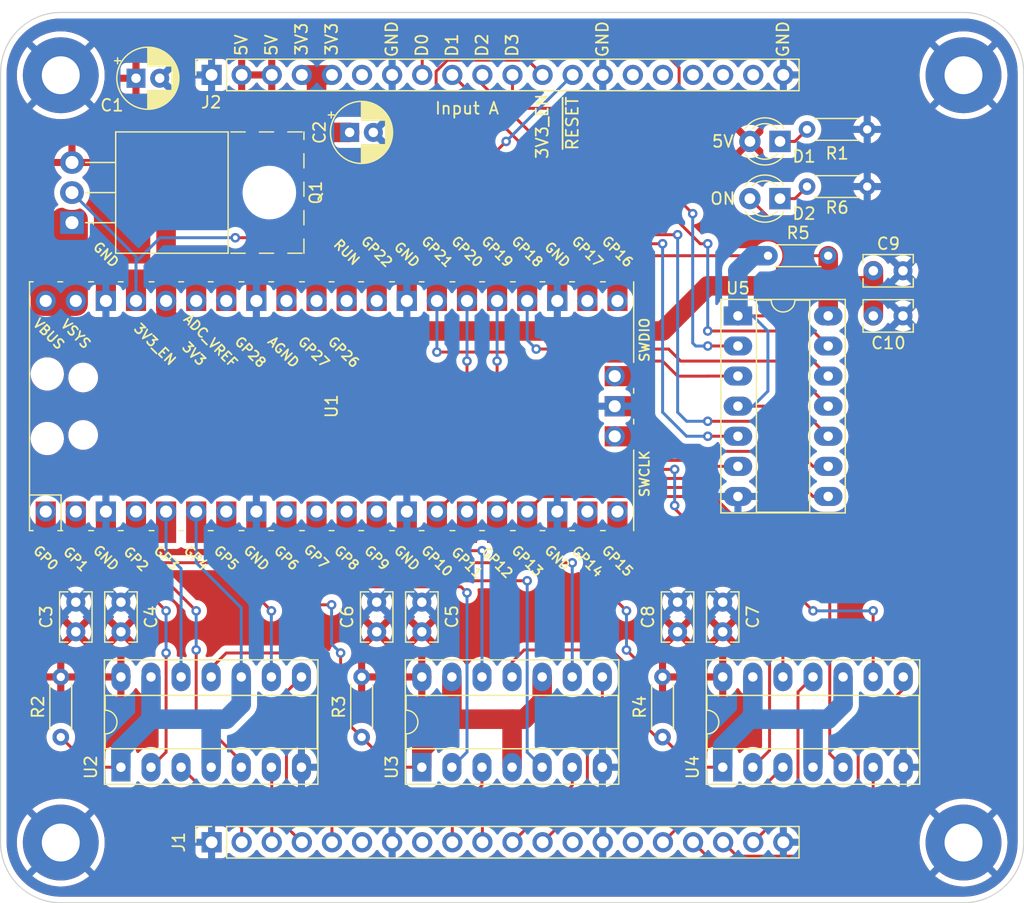
<source format=kicad_pcb>
(kicad_pcb (version 20211014) (generator pcbnew)
  (layers (0 "F.Cu" signal) (31 "B.Cu" power) (34 "B.Paste" user) (35 "F.Paste" user) (36 "B.SilkS" user "B.Silkscreen") (37 "F.SilkS" user "F.Silkscreen") (38 "B.Mask" user) (39 "F.Mask" user) (44 "Edge.Cuts" user))
  (net 0 "")
  (net 1 "+5V")
  (net 2 "GND")
  (net 3 "+3.3V")
  (net 4 "Net-(D1-Pad1)")
  (net 5 "Net-(D2-Pad1)")
  (net 6 "/OA.D0")
  (net 7 "/OA.D1")
  (net 8 "/OA.D3")
  (net 11 "/OB.D0")
  (net 12 "/OB.D1")
  (net 13 "/OB.D2")
  (net 14 "/OB.D3")
  (net 17 "/OC.D0")
  (net 18 "/OC.D1")
  (net 19 "/OC.D3")
  (net 21 "/IA.D0")
  (net 22 "/IA.D1")
  (net 23 "/IA.D2")
  (net 24 "/IA.D3")
  (net 25 "3V3_EN")
  (net 26 "~{RESET}")
  (net 32 "/OBA.~{OE}")
  (net 33 "/OBB.~{OE}")
  (net 34 "/OBC.~{OE}")
  (net 35 "/IBA.~{OE}")
  (net 36 "/OBA.D0")
  (net 37 "/OBA.D1")
  (net 38 "/OBA.D2")
  (net 39 "/OBA.D3")
  (net 40 "/OBB.D0")
  (net 41 "/OBB.D1")
  (net 42 "/OBB.D2")
  (net 43 "/OBB.D3")
  (net 44 "/OBC.D0")
  (net 45 "/OBC.D1")
  (net 46 "/OBC.D2")
  (net 47 "/OBC.D3")
  (net 50 "/IBA.D3")
  (net 51 "/IBA.D2")
  (net 52 "/IBA.D1")
  (net 53 "/IBA.D0")
  (net 61 "/OA.D2")
  (net 62 "/OC.D2")
  (net 63 "/VBUS")
  (footprint "MountingHole:MountingHole_3.2mm_M3_Pad" (layer "F.Cu") (at 106.68 48.26)
    (fp_text reference "H1" hide)
    (fp_text value "M3")
  )
  (footprint "LED_THT:LED_D3.0mm" (layer "F.Cu") (at 167.386 58.674 180)
    (fp_text reference "D2")
    (fp_text value "ON")
  )
  (footprint "Capacitor_THT:C_Rect_L4.0mm_W2.5mm_P2.50mm" (layer "F.Cu") (at 175.27 64.765)
    (fp_text reference "C9")
    (fp_text value "1u")
  )
  (footprint "Connector_PinSocket_2.54mm:PinSocket_1x20_P2.54mm_Vertical" (layer "F.Cu") (at 119.41 113.005 90)
    (fp_text reference "J1")
    (fp_text value "HDR_Output")
  )
  (footprint "MountingHole:MountingHole_3.2mm_M3_Pad" (layer "F.Cu") (at 106.68 113.03)
    (fp_text reference "H3" hide)
    (fp_text value "M3")
  )
  (footprint "Capacitor_THT:C_Rect_L4.0mm_W2.5mm_P2.50mm" (layer "F.Cu") (at 133.3475 95.24 90)
    (fp_text reference "C6")
    (fp_text value "0u1")
  )
  (footprint "Capacitor_THT:C_Rect_L4.0mm_W2.5mm_P2.50mm" (layer "F.Cu") (at 162.555 95.24 90)
    (fp_text reference "C7")
    (fp_text value "1u")
  )
  (footprint "MountingHole:MountingHole_3.2mm_M3_Pad" (layer "F.Cu") (at 182.88 48.26)
    (fp_text reference "H2" hide)
    (fp_text value "M3")
  )
  (footprint "Resistor_THT:R_Axial_DIN0204_L3.6mm_D1.6mm_P5.08mm_Horizontal" (layer "F.Cu") (at 106.68 104.13 90)
    (fp_text reference "R2")
    (fp_text value "1k")
  )
  (footprint "LED_THT:LED_D3.0mm" (layer "F.Cu") (at 167.391 53.848 180)
    (fp_text reference "D1")
    (fp_text value "PWR")
  )
  (footprint "Capacitor_THT:C_Rect_L4.0mm_W2.5mm_P2.50mm" (layer "F.Cu") (at 175.27 68.575)
    (fp_text reference "C10")
    (fp_text value "0u1")
  )
  (footprint "Package_DIP:DIP-14_W7.62mm_Socket_LongPads" (layer "F.Cu") (at 163.84 68.575)
    (fp_text reference "U5")
    (fp_text value "74HC125")
  )
  (footprint "Capacitor_THT:CP_Radial_D5.0mm_P2.00mm" (layer "F.Cu") (at 113.03 48.514)
    (fp_text reference "C1")
    (fp_text value "10u")
  )
  (footprint "Package_DIP:DIP-14_W7.62mm_Socket_LongPads" (layer "F.Cu") (at 137.155 106.67 90)
    (fp_text reference "U3")
    (fp_text value "74HC125")
  )
  (footprint "Connector_PinSocket_2.54mm:PinSocket_1x20_P2.54mm_Vertical" (layer "F.Cu") (at 119.41 48.235 90)
    (fp_text reference "J2")
    (fp_text value "HDR_Input")
  )
  (footprint "Package_DIP:DIP-14_W7.62mm_Socket_LongPads" (layer "F.Cu") (at 111.755 106.67 90)
    (fp_text reference "U2")
    (fp_text value "74HC125")
  )
  (footprint "Capacitor_THT:C_Rect_L4.0mm_W2.5mm_P2.50mm" (layer "F.Cu") (at 158.745 95.24 90)
    (fp_text reference "C8")
    (fp_text value "0u1")
  )
  (footprint "Package_DIP:DIP-14_W7.62mm_Socket_LongPads" (layer "F.Cu") (at 162.555 106.67 90)
    (fp_text reference "U4")
    (fp_text value "74HC125")
  )
  (footprint "Capacitor_THT:C_Rect_L4.0mm_W2.5mm_P2.50mm" (layer "F.Cu") (at 137.1575 95.24 90)
    (fp_text reference "C5")
    (fp_text value "1u")
  )
  (footprint "Package_TO_SOT_THT:TO-220-3_Horizontal_TabUp" (layer "F.Cu") (at 107.625 60.706 90)
    (fp_text reference "Q1")
    (fp_text value "Q_NJFET_DGS")
  )
  (footprint "Resistor_THT:R_Axial_DIN0204_L3.6mm_D1.6mm_P5.08mm_Horizontal" (layer "F.Cu") (at 169.672 52.832)
    (fp_text reference "R1")
    (fp_text value "500")
  )
  (footprint "Capacitor_THT:C_Rect_L4.0mm_W2.5mm_P2.50mm" (layer "F.Cu") (at 111.76 95.24 90)
    (fp_text reference "C4")
    (fp_text value "0u1")
  )
  (footprint "Capacitor_THT:CP_Radial_D5.0mm_P2.00mm" (layer "F.Cu") (at 131.064 53.086)
    (fp_text reference "C2")
    (fp_text value "10u")
  )
  (footprint "MountingHole:MountingHole_3.2mm_M3_Pad" (layer "F.Cu") (at 182.88 113.03)
    (fp_text reference "H4" hide)
    (fp_text value "M3")
  )
  (footprint "Resistor_THT:R_Axial_DIN0204_L3.6mm_D1.6mm_P5.08mm_Horizontal" (layer "F.Cu") (at 132.0775 104.13 90)
    (fp_text reference "R3")
    (fp_text value "1k")
  )
  (footprint "Resistor_THT:R_Axial_DIN0204_L3.6mm_D1.6mm_P5.08mm_Horizontal" (layer "F.Cu") (at 169.672 57.658)
    (fp_text reference "R6")
    (fp_text value "330")
  )
  (footprint "Capacitor_THT:C_Rect_L4.0mm_W2.5mm_P2.50mm" (layer "F.Cu") (at 107.95 95.24 90)
    (fp_text reference "C3")
    (fp_text value "1u")
  )
  (footprint "MCU_RaspberryPi_and_Boards:RPi_Pico_SMD_TH" (layer "F.Cu") (at 129.54 76.2 90)
    (fp_text reference "U1")
    (fp_text value "Pico")
  )
  (footprint "Resistor_THT:R_Axial_DIN0204_L3.6mm_D1.6mm_P5.08mm_Horizontal" (layer "F.Cu") (at 157.475 104.13 90)
    (fp_text reference "R4")
    (fp_text value "1k")
  )
  (footprint "Resistor_THT:R_Axial_DIN0204_L3.6mm_D1.6mm_P5.08mm_Horizontal" (layer "F.Cu") (at 166.38 63.495)
    (fp_text reference "R5")
    (fp_text value "500")
  )
  (gr_line (start 101.6 113.03) (end 101.6 48.042102) (layer "Edge.Cuts") (width 0.1))
  (gr_line (start 187.96 48.042102) (end 187.96 113.03) (layer "Edge.Cuts") (width 0.1))
  (gr_line (start 182.88 118.11) (end 106.68 118.11) (layer "Edge.Cuts") (width 0.1))
  (gr_arc (start 106.68 118.11) (mid 103.087898 116.622102) (end 101.6 113.03) (layer "Edge.Cuts") (width 0.1))
  (gr_arc (start 182.88 42.962102) (mid 186.472102 44.45) (end 187.96 48.042102) (layer "Edge.Cuts") (width 0.1))
  (gr_line (start 106.68 42.962102) (end 182.88 42.962102) (layer "Edge.Cuts") (width 0.1))
  (gr_arc (start 187.96 113.03) (mid 186.472102 116.622102) (end 182.88 118.11) (layer "Edge.Cuts") (width 0.1))
  (gr_arc (start 101.6 48.042102) (mid 103.087898 44.45) (end 106.68 42.962102) (layer "Edge.Cuts") (width 0.1))
  (gr_text "GND" (at 134.62 45.212 90) (layer "F.SilkS") (effects (font (size 1 1))))
  (gr_text "GND" (at 152.4 45.212 90) (layer "F.SilkS") (effects (font (size 1 1))))
  (gr_text "D3" (at 144.78 45.72 90) (layer "F.SilkS") (effects (font (size 1 1))))
  (gr_text "D1" (at 139.7 45.72 90) (layer "F.SilkS") (effects (font (size 1 1))))
  (gr_text "5V" (at 121.92 45.72 90) (layer "F.SilkS") (effects (font (size 1 1))))
  (gr_text "3V3" (at 129.54 45.212 90) (layer "F.SilkS") (effects (font (size 1 1))))
  (gr_text "Input A" (at 140.97 51.054) (layer "F.SilkS") (effects (font (size 1 1))))
  (gr_text "D0" (at 137.16 45.72 90) (layer "F.SilkS") (effects (font (size 1 1))))
  (gr_text "~{RESET}" (at 149.86 52.324 90) (layer "F.SilkS") (effects (font (size 1 1))))
  (gr_text "3V3" (at 127 45.212 90) (layer "F.SilkS") (effects (font (size 1 1))))
  (gr_text "3V3_EN" (at 147.32 52.578 90) (layer "F.SilkS") (effects (font (size 1 1))))
  (gr_text "GND" (at 167.64 45.212 90) (layer "F.SilkS") (effects (font (size 1 1))))
  (gr_text "5V" (at 162.56 53.848) (layer "F.SilkS") (effects (font (size 1 1))))
  (gr_text "5V" (at 124.46 45.72 90) (layer "F.SilkS") (effects (font (size 1 1))))
  (gr_text "D2" (at 142.24 45.72 90) (layer "F.SilkS") (effects (font (size 1 1))))
  (segment (start 111.76 99.045) (end 111.755 99.05) (width 1.65) (layer "F.Cu") (net 1))
  (segment (start 137.1575 99.0475) (end 137.155 99.05) (width 1.65) (layer "F.Cu") (net 1))
  (segment (start 175.26 66.04) (end 175.27 66.03) (width 1.65) (layer "F.Cu") (net 3))
  (segment (start 171.46 63.495) (end 171.46 68.575) (width 1.65) (layer "F.Cu") (net 3))
  (segment (start 175.27 66.03) (end 175.27 64.765) (width 1.65) (layer "F.Cu") (net 3))
  (segment (start 169.667 63.495) (end 171.46 63.495) (width 0.25) (layer "F.Cu") (net 3))
  (segment (start 127.03 48.235) (end 128.245 48.235) (width 1.65) (layer "F.Cu") (net 3))
  (segment (start 115.57 67.31) (end 115.57 68.58) (width 1.65) (layer "F.Cu") (net 3))
  (segment (start 164.846 58.674) (end 169.667 63.495) (width 0.25) (layer "F.Cu") (net 3))
  (segment (start 115.57 67.31) (end 115.57 57.658) (width 1.65) (layer "F.Cu") (net 3))
  (segment (start 128.27 48.26) (end 128.27 52.832) (width 1.65) (layer "F.Cu") (net 3))
  (segment (start 128.27 52.832) (end 128.524 53.086) (width 1.65) (layer "F.Cu") (net 3))
  (segment (start 175.27 64.765) (end 175.27 68.575) (width 1.65) (layer "F.Cu") (net 3))
  (segment (start 128.245 48.235) (end 129.57 48.235) (width 1.65) (layer "F.Cu") (net 3))
  (segment (start 128.524 53.086) (end 131.064 53.086) (width 1.65) (layer "F.Cu") (net 3))
  (segment (start 115.57 68.58) (end 116.84 69.85) (width 1.65) (layer "F.Cu") (net 3))
  (segment (start 157.48 69.85) (end 161.29 66.04) (width 1.65) (layer "F.Cu") (net 3))
  (segment (start 120.142 53.086) (end 128.524 53.086) (width 1.65) (layer "F.Cu") (net 3))
  (segment (start 128.27 48.26) (end 128.245 48.235) (width 1.65) (layer "F.Cu") (net 3))
  (segment (start 161.29 66.04) (end 175.26 66.04) (width 1.65) (layer "F.Cu") (net 3))
  (segment (start 116.84 69.85) (end 157.48 69.85) (width 1.65) (layer "F.Cu") (net 3))
  (segment (start 115.57 57.658) (end 120.142 53.086) (width 1.65) (layer "F.Cu") (net 3))
  (segment (start 168.656 53.848) (end 169.672 52.832) (width 0.25) (layer "F.Cu") (net 4))
  (segment (start 167.391 53.848) (end 168.656 53.848) (width 0.25) (layer "F.Cu") (net 4))
  (segment (start 168.656 58.674) (end 169.672 57.658) (width 0.25) (layer "F.Cu") (net 5))
  (segment (start 167.386 58.674) (end 168.656 58.674) (width 0.25) (layer "F.Cu") (net 5))
  (segment (start 121.95 113.005) (end 121.95 111.785) (width 0.25) (layer "F.Cu") (net 6))
  (segment (start 121.95 111.785) (end 116.835 106.67) (width 0.25) (layer "F.Cu") (net 6))
  (segment (start 124.49 113.005) (end 124.49 106.705) (width 0.25) (layer "F.Cu") (net 7))
  (segment (start 129.57 98.074) (end 129.57 113.005) (width 0.25) (layer "F.Cu") (net 8))
  (segment (start 120.65 97.028) (end 128.524 97.028) (width 0.25) (layer "F.Cu") (net 8))
  (segment (start 119.375 98.303) (end 120.65 97.028) (width 0.25) (layer "F.Cu") (net 8))
  (segment (start 128.524 97.028) (end 129.57 98.074) (width 0.25) (layer "F.Cu") (net 8))
  (segment (start 142.24 108.204) (end 142.235 108.199) (width 0.25) (layer "F.Cu") (net 11))
  (segment (start 142.235 108.199) (end 142.235 106.67) (width 0.25) (layer "F.Cu") (net 11))
  (segment (start 139.73 113.005) (end 139.73 110.714) (width 0.25) (layer "F.Cu") (net 11))
  (segment (start 139.73 110.714) (end 142.24 108.204) (width 0.25) (layer "F.Cu") (net 11))
  (segment (start 143.764 109.22) (end 148.844 109.22) (width 0.25) (layer "F.Cu") (net 12))
  (segment (start 148.844 109.22) (end 149.855 108.209) (width 0.25) (layer "F.Cu") (net 12))
  (segment (start 149.855 108.209) (end 149.855 106.67) (width 0.25) (layer "F.Cu") (net 12))
  (segment (start 142.27 110.714) (end 143.764 109.22) (width 0.25) (layer "F.Cu") (net 12))
  (segment (start 142.27 113.005) (end 142.27 110.714) (width 0.25) (layer "F.Cu") (net 12))
  (segment (start 144.81 113.005) (end 147.579 110.236) (width 0.25) (layer "F.Cu") (net 13))
  (segment (start 151.13 103.378) (end 152.395 102.113) (width 0.25) (layer "F.Cu") (net 13))
  (segment (start 147.579 110.236) (end 148.844 110.236) (width 0.25) (layer "F.Cu") (net 13))
  (segment (start 152.395 102.113) (end 152.395 99.05) (width 0.25) (layer "F.Cu") (net 13))
  (segment (start 151.13 107.95) (end 151.13 103.378) (width 0.25) (layer "F.Cu") (net 13))
  (segment (start 148.844 110.236) (end 151.13 107.95) (width 0.25) (layer "F.Cu") (net 13))
  (segment (start 145.796 96.774) (end 144.775 97.795) (width 0.25) (layer "F.Cu") (net 14))
  (segment (start 152.908 108.966) (end 154.178 107.696) (width 0.25) (layer "F.Cu") (net 14))
  (segment (start 144.775 97.795) (end 144.775 99.05) (width 0.25) (layer "F.Cu") (net 14))
  (segment (start 154.178 107.696) (end 154.178 97.79) (width 0.25) (layer "F.Cu") (net 14))
  (segment (start 151.389 108.966) (end 152.908 108.966) (width 0.25) (layer "F.Cu") (net 14))
  (segment (start 153.162 96.774) (end 145.796 96.774) (width 0.25) (layer "F.Cu") (net 14))
  (segment (start 147.35 113.005) (end 151.389 108.966) (width 0.25) (layer "F.Cu") (net 14))
  (segment (start 154.178 97.79) (end 153.162 96.774) (width 0.25) (layer "F.Cu") (net 14))
  (segment (start 161.549 108.966) (end 165.339 108.966) (width 0.25) (layer "F.Cu") (net 17))
  (segment (start 165.339 108.966) (end 167.635 106.67) (width 0.25) (layer "F.Cu") (net 17))
  (segment (start 157.51 113.005) (end 161.549 108.966) (width 0.25) (layer "F.Cu") (net 17))
  (segment (start 160.05 113.005) (end 162.107 115.062) (width 0.25) (layer "F.Cu") (net 18))
  (segment (start 162.107 115.062) (end 171.196 115.062) (width 0.25) (layer "F.Cu") (net 18))
  (segment (start 171.196 115.062) (end 175.255 111.003) (width 0.25) (layer "F.Cu") (net 18))
  (segment (start 175.255 111.003) (end 175.255 106.67) (width 0.25) (layer "F.Cu") (net 18))
  (segment (start 168.91 109.225) (end 168.91 100.315) (width 0.25) (layer "F.Cu") (net 19))
  (segment (start 168.91 100.315) (end 170.175 99.05) (width 0.25) (layer "F.Cu") (net 19))
  (segment (start 165.13 113.005) (end 168.91 109.225) (width 0.25) (layer "F.Cu") (net 19))
  (segment (start 137.19 48.235) (end 137.19 46.96) (width 0.25) (layer "F.Cu") (net 21))
  (segment (start 157.734 46.482) (end 137.668 46.482) (width 0.25) (layer "F.Cu") (net 21))
  (segment (start 163.84 71.115) (end 161.295 71.115) (width 0.25) (layer "F.Cu") (net 21))
  (segment (start 158.875 47.623) (end 157.734 46.482) (width 0.25) (layer "F.Cu") (net 21))
  (segment (start 160.02 59.944) (end 158.875 58.799) (width 0.25) (layer "F.Cu") (net 21))
  (segment (start 137.19 46.96) (end 137.668 46.482) (width 0.25) (layer "F.Cu") (net 21))
  (segment (start 158.875 58.799) (end 158.875 47.623) (width 0.25) (layer "F.Cu") (net 21))
  (via (at 160.02 59.944) (size 0.8) (drill 0.4) (layers "F.Cu" "B.Cu") (net 21))
  (via (at 161.295 71.115) (size 0.8) (drill 0.4) (layers "F.Cu" "B.Cu") (net 21))
  (segment (start 160.274 71.12) (end 160.02 70.866) (width 0.25) (layer "B.Cu") (net 21))
  (segment (start 161.295 71.115) (end 161.29 71.12) (width 0.25) (layer "B.Cu") (net 21))
  (segment (start 160.02 70.866) (end 160.02 59.944) (width 0.25) (layer "B.Cu") (net 21))
  (segment (start 161.29 71.12) (end 160.274 71.12) (width 0.25) (layer "B.Cu") (net 21))
  (segment (start 153.979 62.484) (end 139.73 48.235) (width 0.25) (layer "F.Cu") (net 22))
  (segment (start 157.48 62.484) (end 153.979 62.484) (width 0.25) (layer "F.Cu") (net 22))
  (segment (start 163.84 78.735) (end 161.295 78.735) (width 0.25) (layer "F.Cu") (net 22))
  (via (at 161.295 78.735) (size 0.8) (drill 0.4) (layers "F.Cu" "B.Cu") (net 22))
  (via (at 157.48 62.484) (size 0.8) (drill 0.4) (layers "F.Cu" "B.Cu") (net 22))
  (segment (start 161.295 78.735) (end 159.507 78.735) (width 0.25) (layer "B.Cu") (net 22))
  (segment (start 159.507 78.735) (end 157.48 76.708) (width 0.25) (layer "B.Cu") (net 22))
  (segment (start 157.48 62.992) (end 157.48 62.484) (width 0.25) (layer "B.Cu") (net 22))
  (segment (start 157.48 76.708) (end 157.48 62.992) (width 0.25) (layer "B.Cu") (net 22))
  (segment (start 171.46 81.275) (end 170.175 81.275) (width 0.25) (layer "F.Cu") (net 23))
  (segment (start 166.37 77.47) (end 161.29 77.47) (width 0.25) (layer "F.Cu") (net 23))
  (segment (start 170.175 81.275) (end 166.37 77.47) (width 0.25) (layer "F.Cu") (net 23))
  (segment (start 142.27 49.052) (end 142.27 48.235) (width 0.25) (layer "F.Cu") (net 23))
  (segment (start 154.94 61.722) (end 142.27 49.052) (width 0.25) (layer "F.Cu") (net 23))
  (segment (start 158.75 61.722) (end 154.94 61.722) (width 0.25) (layer "F.Cu") (net 23))
  (via (at 158.75 61.722) (size 0.8) (drill 0.4) (layers "F.Cu" "B.Cu") (net 23))
  (via (at 161.29 77.47) (size 0.8) (drill 0.4) (layers "F.Cu" "B.Cu") (net 23))
  (segment (start 161.29 77.47) (end 159.512 77.47) (width 0.25) (layer "B.Cu") (net 23))
  (segment (start 159.512 77.47) (end 158.75 76.708) (width 0.25) (layer "B.Cu") (net 23))
  (segment (start 158.75 76.708) (end 158.75 61.722) (width 0.25) (layer "B.Cu") (net 23))
  (segment (start 149.225 51.054) (end 145.796 51.054) (width 0.25) (layer "F.Cu") (net 24))
  (segment (start 144.81 50.008) (end 144.81 48.235) (width 0.25) (layer "F.Cu") (net 24))
  (segment (start 144.78 50.038) (end 144.81 50.008) (width 0.25) (layer "F.Cu") (net 24))
  (segment (start 167.64 69.85) (end 161.29 69.85) (width 0.25) (layer "F.Cu") (net 24))
  (segment (start 145.796 51.054) (end 144.78 50.038) (width 0.25) (layer "F.Cu") (net 24))
  (segment (start 160.655 62.484) (end 149.225 51.054) (width 0.25) (layer "F.Cu") (net 24))
  (segment (start 171.445 73.655) (end 167.64 69.85) (width 0.25) (layer "F.Cu") (net 24))
  (segment (start 161.29 62.484) (end 160.655 62.484) (width 0.25) (layer "F.Cu") (net 24))
  (via (at 161.29 62.484) (size 0.8) (drill 0.4) (layers "F.Cu" "B.Cu") (net 24))
  (via (at 161.29 69.85) (size 0.8) (drill 0.4) (layers "F.Cu" "B.Cu") (net 24))
  (segment (start 161.29 69.85) (end 161.29 62.484) (width 0.25) (layer "B.Cu") (net 24))
  (segment (start 133.858 61.976) (end 138.365 57.469) (width 0.25) (layer "F.Cu") (net 25))
  (segment (start 139.313299 46.99) (end 146.105 46.99) (width 0.25) (layer "F.Cu") (net 25))
  (segment (start 138.365 47.938299) (end 139.313299 46.99) (width 0.25) (layer "F.Cu") (net 25))
  (segment (start 121.412 61.976) (end 133.858 61.976) (width 0.25) (layer "F.Cu") (net 25))
  (segment (start 146.105 46.99) (end 147.35 48.235) (width 0.25) (layer "F.Cu") (net 25))
  (segment (start 138.365 57.469) (end 138.365 47.938299) (width 0.25) (layer "F.Cu") (net 25))
  (via (at 121.412 61.976) (size 0.8) (drill 0.4) (layers "F.Cu" "B.Cu") (net 25))
  (segment (start 113.03 64.008) (end 113.03 67.31) (width 0.25) (layer "B.Cu") (net 25))
  (segment (start 115.062 61.976) (end 113.03 64.008) (width 0.25) (layer "B.Cu") (net 25))
  (segment (start 113.03 63.571) (end 107.625 58.166) (width 0.25) (layer "B.Cu") (net 25))
  (segment (start 113.03 67.31) (end 113.03 63.571) (width 0.25) (layer "B.Cu") (net 25))
  (segment (start 121.412 61.976) (end 115.062 61.976) (width 0.25) (layer "B.Cu") (net 25))
  (segment (start 130.81 63.754) (end 130.81 67.31) (width 0.25) (layer "F.Cu") (net 26))
  (segment (start 144.272 53.848) (end 135.128 62.992) (width 0.25) (layer "F.Cu") (net 26))
  (segment (start 131.572 62.992) (end 130.81 63.754) (width 0.25) (layer "F.Cu") (net 26))
  (segment (start 135.128 62.992) (end 131.572 62.992) (width 0.25) (layer "F.Cu") (net 26))
  (via (at 144.272 53.848) (size 0.8) (drill 0.4) (layers "F.Cu" "B.Cu") (net 26))
  (segment (start 147.574 50.546) (end 147.579 50.546) (width 0.25) (layer "B.Cu") (net 26))
  (segment (start 147.579 50.546) (end 149.89 48.235) (width 0.25) (layer "B.Cu") (net 26))
  (segment (start 144.272 53.848) (end 147.574 50.546) (width 0.25) (layer "B.Cu") (net 26))
  (segment (start 106.68 104.13) (end 109.22 106.67) (width 0.25) (layer "F.Cu") (net 32))
  (segment (start 109.22 106.67) (end 111.755 106.67) (width 0.25) (layer "F.Cu") (net 32))
  (segment (start 114.295 102.611) (end 114.295 99.05) (width 1.65) (layer "B.Cu") (net 32))
  (segment (start 111.755 106.67) (end 111.755 105.161) (width 1.65) (layer "B.Cu") (net 32))
  (segment (start 121.915 101.351) (end 121.915 99.05) (width 1.65) (layer "B.Cu") (net 32))
  (segment (start 121.915 99.05) (end 121.915 93.213) (width 0.25) (layer "B.Cu") (net 32))
  (segment (start 118.11 89.408) (end 118.11 85.09) (width 0.25) (layer "B.Cu") (net 32))
  (segment (start 119.375 102.621) (end 119.375 106.67) (width 1.65) (layer "B.Cu") (net 32))
  (segment (start 119.38 102.616) (end 119.375 102.621) (width 1.65) (layer "B.Cu") (net 32))
  (segment (start 111.755 105.161) (end 114.3 102.616) (width 1.65) (layer "B.Cu") (net 32))
  (segment (start 114.3 102.616) (end 114.295 102.611) (width 1.65) (layer "B.Cu") (net 32))
  (segment (start 121.915 93.213) (end 118.11 89.408) (width 0.25) (layer "B.Cu") (net 32))
  (segment (start 119.38 102.616) (end 120.65 102.616) (width 1.65) (layer "B.Cu") (net 32))
  (segment (start 120.65 102.616) (end 121.915 101.351) (width 1.65) (layer "B.Cu") (net 32))
  (segment (start 114.3 102.616) (end 119.38 102.616) (width 1.65) (layer "B.Cu") (net 32))
  (segment (start 144.775 102.621) (end 144.775 106.67) (width 1.65) (layer "F.Cu") (net 33))
  (segment (start 139.7 102.616) (end 144.78 102.616) (width 1.65) (layer "F.Cu") (net 33))
  (segment (start 120.65 86.868) (end 126.746 92.964) (width 0.25) (layer "F.Cu") (net 33))
  (segment (start 145.796 102.616) (end 147.315 101.097) (width 1.65) (layer "F.Cu") (net 33))
  (segment (start 130.302 97.028) (end 130.302 102.3545) (width 0.25) (layer "F.Cu") (net 33))
  (segment (start 137.155 105.161) (end 139.7 102.616) (width 1.65) (layer "F.Cu") (net 33))
  (segment (start 147.315 101.097) (end 147.315 99.05) (width 1.65) (layer "F.Cu") (net 33))
  (segment (start 137.155 106.67) (end 137.155 105.161) (width 1.65) (layer "F.Cu") (net 33))
  (segment (start 144.78 102.616) (end 145.796 102.616) (width 1.65) (layer "F.Cu") (net 33))
  (segment (start 132.0775 104.13) (end 134.6175 106.67) (width 0.25) (layer "F.Cu") (net 33))
  (segment (start 130.302 102.3545) (end 132.0775 104.13) (width 0.25) (layer "F.Cu") (net 33))
  (segment (start 134.6175 106.67) (end 137.155 106.67) (width 0.25) (layer "F.Cu") (net 33))
  (segment (start 144.78 102.616) (end 144.775 102.621) (width 1.65) (layer "F.Cu") (net 33))
  (segment (start 139.7 102.616) (end 139.695 102.611) (width 1.65) (layer "F.Cu") (net 33))
  (segment (start 139.695 102.611) (end 139.695 99.05) (width 1.65) (layer "F.Cu") (net 33))
  (segment (start 126.746 92.964) (end 129.54 92.964) (width 0.25) (layer "F.Cu") (net 33))
  (via (at 130.302 97.028) (size 0.8) (drill 0.4) (layers "F.Cu" "B.Cu") (net 33))
  (via (at 129.54 92.964) (size 0.8) (drill 0.4) (layers "F.Cu" "B.Cu") (net 33))
  (segment (start 129.54 96.266) (end 130.302 97.028) (width 0.25) (layer "B.Cu") (net 33))
  (segment (start 129.54 92.964) (end 129.54 96.266) (width 0.25) (layer "B.Cu") (net 33))
  (segment (start 151.13 90.17) (end 154.432 93.472) (width 0.25) (layer "F.Cu") (net 34))
  (segment (start 155.702 98.044) (end 155.702 102.87) (width 0.25) (layer "F.Cu") (net 34))
  (segment (start 160.538 106.67) (end 162.555 106.67) (width 0.25) (layer "F.Cu") (net 34))
  (segment (start 157.475 104.13) (end 160.025 106.68) (width 0.25) (layer "F.Cu") (net 34))
  (segment (start 160.025 106.68) (end 160.528 106.68) (width 0.25) (layer "F.Cu") (net 34))
  (segment (start 151.13 85.09) (end 151.13 90.17) (width 0.25) (layer "F.Cu") (net 34))
  (segment (start 160.528 106.68) (end 160.538 106.67) (width 0.25) (layer "F.Cu") (net 34))
  (segment (start 155.702 102.87) (end 156.962 104.13) (width 0.25) (layer "F.Cu") (net 34))
  (segment (start 154.432 96.774) (end 155.702 98.044) (width 0.25) (layer "F.Cu") (net 34))
  (via (at 154.432 93.472) (size 0.8) (drill 0.4) (layers "F.Cu" "B.Cu") (net 34))
  (via (at 154.432 96.774) (size 0.8) (drill 0.4) (layers "F.Cu" "B.Cu") (net 34))
  (segment (start 171.45 102.616) (end 172.715 101.351) (width 1.65) (layer "B.Cu") (net 34))
  (segment (start 164.846 102.616) (end 170.18 102.616) (width 1.65) (layer "B.Cu") (net 34))
  (segment (start 162.555 106.67) (end 162.555 104.907) (width 1.65) (layer "B.Cu") (net 34))
  (segment (start 154.432 93.472) (end 154.432 96.774) (width 0.25) (layer "B.Cu") (net 34))
  (segment (start 172.715 101.351) (end 172.715 99.05) (width 1.65) (layer "B.Cu") (net 34))
  (segment (start 170.18 102.616) (end 171.45 102.616) (width 1.65) (layer "B.Cu") (net 34))
  (segment (start 164.846 102.616) (end 165.095 102.367) (width 1.65) (layer "B.Cu") (net 34))
  (segment (start 165.095 102.367) (end 165.095 99.05) (width 1.65) (layer "B.Cu") (net 34))
  (segment (start 170.18 102.616) (end 170.175 102.621) (width 1.65) (layer "B.Cu") (net 34))
  (segment (start 162.555 104.907) (end 164.846 102.616) (width 1.65) (layer "B.Cu") (net 34))
  (segment (start 170.175 102.621) (end 170.175 106.67) (width 1.65) (layer "B.Cu") (net 34))
  (segment (start 168.925 76.2) (end 168.91 76.2) (width 0.25) (layer "F.Cu") (net 35))
  (segment (start 153.675 63.495) (end 166.38 63.495) (width 0.25) (layer "F.Cu") (net 35))
  (segment (start 168.905 76.195) (end 163.84 76.195) (width 0.25) (layer "F.Cu") (net 35))
  (segment (start 153.33 63.5) (end 153.67 63.5) (width 0.25) (layer "F.Cu") (net 35))
  (segment (start 168.91 76.2) (end 168.905 76.195) (width 0.25) (layer "F.Cu") (net 35))
  (segment (start 168.905 68.575) (end 163.84 68.575) (width 0.25) (layer "F.Cu") (net 35))
  (segment (start 171.445 71.115) (end 168.905 68.575) (width 0.25) (layer "F.Cu") (net 35))
  (segment (start 153.67 63.5) (end 153.675 63.495) (width 0.25) (layer "F.Cu") (net 35))
  (segment (start 151.13 65.7) (end 153.33 63.5) (width 0.25) (layer "F.Cu") (net 35))
  (segment (start 171.46 78.735) (end 168.925 76.2) (width 0.25) (layer "F.Cu") (net 35))
  (segment (start 163.84 64.78) (end 163.84 68.575) (width 1.65) (layer "B.Cu") (net 35))
  (segment (start 165.105 63.495) (end 163.83 64.77) (width 1.65) (layer "B.Cu") (net 35))
  (segment (start 163.83 64.77) (end 163.84 64.78) (width 1.65) (layer "B.Cu") (net 35))
  (segment (start 165.095 68.575) (end 163.84 68.575) (width 0.25) (layer "B.Cu") (net 35))
  (segment (start 165.105 76.195) (end 166.37 74.93) (width 0.25) (layer "B.Cu") (net 35))
  (segment (start 163.84 76.195) (end 165.105 76.195) (width 0.25) (layer "B.Cu") (net 35))
  (segment (start 166.38 63.495) (end 165.105 63.495) (width 1.65) (layer "B.Cu") (net 35))
  (segment (start 166.37 74.93) (end 166.37 69.85) (width 0.25) (layer "B.Cu") (net 35))
  (segment (start 166.37 69.85) (end 165.095 68.575) (width 0.25) (layer "B.Cu") (net 35))
  (segment (start 105.41 89.408) (end 105.41 85.09) (width 0.25) (layer "F.Cu") (net 36))
  (segment (start 115.57 93.472) (end 112.776 90.678) (width 0.25) (layer "F.Cu") (net 36))
  (segment (start 114.295 106.67) (end 115.57 105.395) (width 0.25) (layer "F.Cu") (net 36))
  (segment (start 112.776 90.678) (end 106.68 90.678) (width 0.25) (layer "F.Cu") (net 36))
  (segment (start 106.68 90.678) (end 105.41 89.408) (width 0.25) (layer "F.Cu") (net 36))
  (segment (start 115.57 105.395) (end 115.57 97.028) (width 0.25) (layer "F.Cu") (net 36))
  (via (at 115.57 97.028) (size 0.8) (drill 0.4) (layers "F.Cu" "B.Cu") (net 36))
  (via (at 115.57 93.472) (size 0.8) (drill 0.4) (layers "F.Cu" "B.Cu") (net 36))
  (segment (start 115.57 97.028) (end 115.57 93.472) (width 0.25) (layer "B.Cu") (net 36))
  (segment (start 118.11 96.774) (end 118.11 102.362) (width 0.25) (layer "F.Cu") (net 37))
  (segment (start 118.11 102.362) (end 121.915 106.167) (width 0.25) (layer "F.Cu") (net 37))
  (segment (start 107.95 86.7) (end 111.166 89.916) (width 0.25) (layer "F.Cu") (net 37))
  (segment (start 111.166 89.916) (end 114.554 89.916) (width 0.25) (layer "F.Cu") (net 37))
  (segment (start 114.554 89.916) (end 118.11 93.472) (width 0.25) (layer "F.Cu") (net 37))
  (via (at 118.11 93.472) (size 0.8) (drill 0.4) (layers "F.Cu" "B.Cu") (net 37))
  (via (at 118.11 96.774) (size 0.8) (drill 0.4) (layers "F.Cu" "B.Cu") (net 37))
  (segment (start 118.11 93.472) (end 118.11 96.774) (width 0.25) (layer "B.Cu") (net 37))
  (segment (start 113.03 88.9) (end 113.03 85.09) (width 0.25) (layer "F.Cu") (net 38))
  (segment (start 113.538 89.408) (end 113.03 88.9) (width 0.25) (layer "F.Cu") (net 38))
  (segment (start 120.396 89.408) (end 113.538 89.408) (width 0.25) (layer "F.Cu") (net 38))
  (segment (start 124.46 93.472) (end 120.396 89.408) (width 0.25) (layer "F.Cu") (net 38))
  (via (at 124.46 93.472) (size 0.8) (drill 0.4) (layers "F.Cu" "B.Cu") (net 38))
  (segment (start 124.455 99.05) (end 124.455 93.477) (width 0.25) (layer "B.Cu") (net 38))
  (segment (start 124.455 93.477) (end 124.46 93.472) (width 0.25) (layer "B.Cu") (net 38))
  (segment (start 116.835 89.911) (end 115.57 88.646) (width 0.25) (layer "B.Cu") (net 39))
  (segment (start 115.57 88.646) (end 115.57 85.09) (width 0.25) (layer "B.Cu") (net 39))
  (segment (start 116.835 99.05) (end 116.835 89.911) (width 0.25) (layer "B.Cu") (net 39))
  (segment (start 140.462 91.44) (end 140.97 91.948) (width 0.25) (layer "F.Cu") (net 40))
  (segment (start 125.73 86.7) (end 130.47 91.44) (width 0.25) (layer "F.Cu") (net 40))
  (segment (start 130.47 91.44) (end 140.462 91.44) (width 0.25) (layer "F.Cu") (net 40))
  (via (at 140.97 91.948) (size 0.8) (drill 0.4) (layers "F.Cu" "B.Cu") (net 40))
  (segment (start 140.97 91.948) (end 140.97 105.395) (width 0.25) (layer "B.Cu") (net 40))
  (segment (start 140.97 105.395) (end 139.695 106.67) (width 0.25) (layer "B.Cu") (net 40))
  (segment (start 132.08 90.932) (end 146.05 90.932) (width 0.25) (layer "F.Cu") (net 41))
  (segment (start 128.27 87.122) (end 132.08 90.932) (width 0.25) (layer "F.Cu") (net 41))
  (via (at 146.05 90.932) (size 0.8) (drill 0.4) (layers "F.Cu" "B.Cu") (net 41))
  (segment (start 146.05 90.932) (end 146.05 105.405) (width 0.25) (layer "B.Cu") (net 41))
  (segment (start 146.05 105.405) (end 147.315 106.67) (width 0.25) (layer "B.Cu") (net 41))
  (segment (start 130.81 87.884) (end 130.81 85.09) (width 0.25) (layer "F.Cu") (net 42))
  (segment (start 132.334 89.408) (end 130.81 87.884) (width 0.25) (layer "F.Cu") (net 42))
  (segment (start 149.855 89.413) (end 149.85 89.408) (width 0.25) (layer "F.Cu") (net 42))
  (segment (start 149.85 89.408) (end 132.334 89.408) (width 0.25) (layer "F.Cu") (net 42))
  (via (at 149.855 89.413) (size 0.8) (drill 0.4) (layers "F.Cu" "B.Cu") (net 42))
  (segment (start 149.855 89.413) (end 149.855 99.05) (width 0.25) (layer "B.Cu") (net 42))
  (segment (start 142.24 88.392) (end 134.874 88.392) (width 0.25) (layer "F.Cu") (net 43))
  (segment (start 133.35 86.868) (end 134.874 88.392) (width 0.25) (layer "F.Cu") (net 43))
  (via (at 142.24 88.392) (size 0.8) (drill 0.4) (layers "F.Cu" "B.Cu") (net 43))
  (segment (start 142.24 88.392) (end 142.235 88.397) (width 0.25) (layer "B.Cu") (net 43))
  (segment (start 142.235 88.397) (end 142.235 99.05) (width 0.25) (layer "B.Cu") (net 43))
  (segment (start 158.496 84.836) (end 158.496 84.582) (width 0.25) (layer "F.Cu") (net 44))
  (segment (start 158.496 84.836) (end 166.51 92.85) (width 0.25) (layer "F.Cu") (net 44))
  (segment (start 166.51 105.255) (end 166.51 92.85) (width 0.25) (layer "F.Cu") (net 44))
  (segment (start 141.986 81.534) (end 138.43 85.09) (width 0.25) (layer "F.Cu") (net 44))
  (segment (start 158.496 81.534) (end 141.986 81.534) (width 0.25) (layer "F.Cu") (net 44))
  (segment (start 165.095 106.67) (end 166.51 105.255) (width 0.25) (layer "F.Cu") (net 44))
  (via (at 158.496 84.582) (size 0.8) (drill 0.4) (layers "F.Cu" "B.Cu") (net 44))
  (via (at 158.496 81.534) (size 0.8) (drill 0.4) (layers "F.Cu" "B.Cu") (net 44))
  (segment (start 158.496 84.582) (end 158.496 81.534) (width 0.25) (layer "B.Cu") (net 44))
  (segment (start 171.59 105.545) (end 172.715 106.67) (width 0.25) (layer "F.Cu") (net 45))
  (segment (start 140.97 85.09) (end 143.764 82.296) (width 0.25) (layer "F.Cu") (net 45))
  (segment (start 169.926 90.678) (end 171.59 92.342) (width 0.25) (layer "F.Cu") (net 45))
  (segment (start 171.59 92.342) (end 171.59 105.545) (width 0.25) (layer "F.Cu") (net 45))
  (segment (start 168.656 90.678) (end 169.926 90.678) (width 0.25) (layer "F.Cu") (net 45))
  (segment (start 143.764 82.296) (end 160.274 82.296) (width 0.25) (layer "F.Cu") (net 45))
  (segment (start 160.274 82.296) (end 168.656 90.678) (width 0.25) (layer "F.Cu") (net 45))
  (segment (start 159.766 83.058) (end 170.18 93.472) (width 0.25) (layer "F.Cu") (net 46))
  (segment (start 143.51 85.09) (end 145.542 83.058) (width 0.25) (layer "F.Cu") (net 46))
  (segment (start 145.542 83.058) (end 159.766 83.058) (width 0.25) (layer "F.Cu") (net 46))
  (segment (start 175.255 99.05) (end 175.255 93.467) (width 0.25) (layer "F.Cu") (net 46))
  (via (at 170.18 93.472) (size 0.8) (drill 0.4) (layers "F.Cu" "B.Cu") (net 46))
  (via (at 175.255 93.467) (size 0.8) (drill 0.4) (layers "F.Cu" "B.Cu") (net 46))
  (segment (start 175.25 93.472) (end 175.255 93.467) (width 0.25) (layer "B.Cu") (net 46))
  (segment (start 170.18 93.472) (end 175.25 93.472) (width 0.25) (layer "B.Cu") (net 46))
  (segment (start 159.258 83.82) (end 167.635 92.197) (width 0.25) (layer "F.Cu") (net 47))
  (segment (start 146.05 85.09) (end 147.32 83.82) (width 0.25) (layer "F.Cu") (net 47))
  (segment (start 147.32 83.82) (end 159.258 83.82) (width 0.25) (layer "F.Cu") (net 47))
  (segment (start 167.635 92.197) (end 167.635 99.05) (width 0.25) (layer "F.Cu") (net 47))
  (segment (start 157.988 71.374) (end 159.004 72.39) (width 0.25) (layer "F.Cu") (net 50))
  (segment (start 157.988 71.374) (end 146.812 71.374) (width 0.25) (layer "F.Cu") (net 50))
  (segment (start 171.445 76.195) (end 167.64 72.39) (width 0.25) (layer "F.Cu") (net 50))
  (segment (start 159.004 72.39) (end 167.64 72.39) (width 0.25) (layer "F.Cu") (net 50))
  (via (at 146.812 71.374) (size 0.8) (drill 0.4) (layers "F.Cu" "B.Cu") (net 50))
  (segment (start 146.05 70.612) (end 146.05 67.31) (width 0.25) (layer "B.Cu") (net 50))
  (segment (start 146.812 71.374) (end 146.05 70.612) (width 0.25) (layer "B.Cu") (net 50))
  (segment (start 159.766 80.264) (end 145.288 80.264) (width 0.25) (layer "F.Cu") (net 51))
  (segment (start 160.02 80.01) (end 159.766 80.264) (width 0.25) (layer "F.Cu") (net 51))
  (segment (start 143.51 78.486) (end 143.51 72.39) (width 0.25) (layer "F.Cu") (net 51))
  (segment (start 145.288 80.264) (end 143.51 78.486) (width 0.25) (layer "F.Cu") (net 51))
  (segment (start 170.175 83.815) (end 166.37 80.01) (width 0.25) (layer "F.Cu") (net 51))
  (segment (start 171.46 83.815) (end 170.175 83.815) (width 0.25) (layer "F.Cu") (net 51))
  (segment (start 166.37 80.01) (end 160.02 80.01) (width 0.25) (layer "F.Cu") (net 51))
  (via (at 143.51 72.39) (size 0.8) (drill 0.4) (layers "F.Cu" "B.Cu") (net 51))
  (segment (start 143.51 72.39) (end 143.51 67.31) (width 0.25) (layer "B.Cu") (net 51))
  (segment (start 159.512 80.772) (end 155.956 80.772) (width 0.25) (layer "F.Cu") (net 52))
  (segment (start 155.702 81.026) (end 143.889604 81.026) (width 0.25) (layer "F.Cu") (net 52))
  (segment (start 163.84 81.275) (end 161.295 81.275) (width 0.25) (layer "F.Cu") (net 52))
  (segment (start 160.02 81.28) (end 159.512 80.772) (width 0.25) (layer "F.Cu") (net 52))
  (segment (start 161.29 81.28) (end 160.02 81.28) (width 0.25) (layer "F.Cu") (net 52))
  (segment (start 140.97 78.106396) (end 140.97 72.39) (width 0.25) (layer "F.Cu") (net 52))
  (segment (start 143.889604 81.026) (end 140.97 78.106396) (width 0.25) (layer "F.Cu") (net 52))
  (segment (start 155.956 80.772) (end 155.702 81.026) (width 0.25) (layer "F.Cu") (net 52))
  (segment (start 161.295 81.275) (end 161.29 81.28) (width 0.25) (layer "F.Cu") (net 52))
  (via (at 140.97 72.39) (size 0.8) (drill 0.4) (layers "F.Cu" "B.Cu") (net 52))
  (segment (start 140.97 72.39) (end 140.97 67.31) (width 0.25) (layer "B.Cu") (net 52))
  (segment (start 145.288 71.628) (end 146.05 72.39) (width 0.25) (layer "F.Cu") (net 53))
  (segment (start 157.48 72.39) (end 146.05 72.39) (width 0.25) (layer "F.Cu") (net 53))
  (segment (start 163.84 73.655) (end 161.295 73.655) (width 0.25) (layer "F.Cu") (net 53))
  (segment (start 161.29 73.66) (end 158.75 73.66) (width 0.25) (layer "F.Cu") (net 53))
  (segment (start 158.75 73.66) (end 157.48 72.39) (width 0.25) (layer "F.Cu") (net 53))
  (segment (start 161.29 73.66) (end 161.295 73.655) (width 0.25) (layer "F.Cu") (net 53))
  (segment (start 145.288 71.628) (end 138.43 71.628) (width 0.25) (layer "F.Cu") (net 53))
  (via (at 138.43 71.628) (size 0.8) (drill 0.4) (layers "F.Cu" "B.Cu") (net 53))
  (segment (start 138.43 71.628) (end 138.43 67.31) (width 0.25) (layer "B.Cu") (net 53))
  (segment (start 126.995 99.05) (end 125.73 100.315) (width 0.25) (layer "F.Cu") (net 61))
  (segment (start 125.73 100.315) (end 125.73 111.705) (width 0.25) (layer "F.Cu") (net 61))
  (segment (start 125.73 111.705) (end 127.03 113.005) (width 0.25) (layer "F.Cu") (net 61))
  (segment (start 163.765 114.18) (end 171.062 114.18) (width 0.25) (layer "F.Cu") (net 62))
  (segment (start 171.062 114.18) (end 173.99 111.252) (width 0.25) (layer "F.Cu") (net 62))
  (segment (start 173.99 111.252) (end 173.99 103.886) (width 0.25) (layer "F.Cu") (net 62))
  (segment (start 173.99 103.886) (end 177.795 100.081) (width 0.25) (layer "F.Cu") (net 62))
  (segment (start 162.59 113.005) (end 163.765 114.18) (width 0.25) (layer "F.Cu") (net 62))
  (zone (net 1) (net_name "+5V") (layer "F.Cu") (name "5V") (connect_pads (clearance 0.508)) (min_thickness 0.254) (fill yes (thermal_gap 0.508) (thermal_bridge_width 0.6) (smoothing fillet) (radius 1))
    (polygon (pts (xy 187.452 117.602) (xy 102.108 117.602) (xy 102.108 42.672) (xy 187.452 42.672)))
  )
  (zone (net 63) (net_name "/VBUS") (layer "F.Cu") (name "VBUS") (priority 2) (connect_pads yes (clearance 0.508)) (min_thickness 0.254) (fill yes (thermal_gap 0.508) (thermal_bridge_width 0.6) (smoothing fillet) (radius 1))
    (polygon (pts (xy 108.966 68.58) (xy 104.14 68.58) (xy 104.14 61.722) (xy 106.426 59.436) (xy 108.966 59.436)))
  )
  (zone (net 2) (net_name "GND") (layer "B.Cu") (name "Ground") (priority 1) (connect_pads (clearance 0.508)) (min_thickness 0.254) (fill yes (thermal_gap 0.508) (thermal_bridge_width 0.6) (smoothing fillet) (radius 1))
    (polygon (pts (xy 187.96 118.11) (xy 101.6 118.11) (xy 101.6 41.91) (xy 187.96 41.91)))
  )
)
</source>
